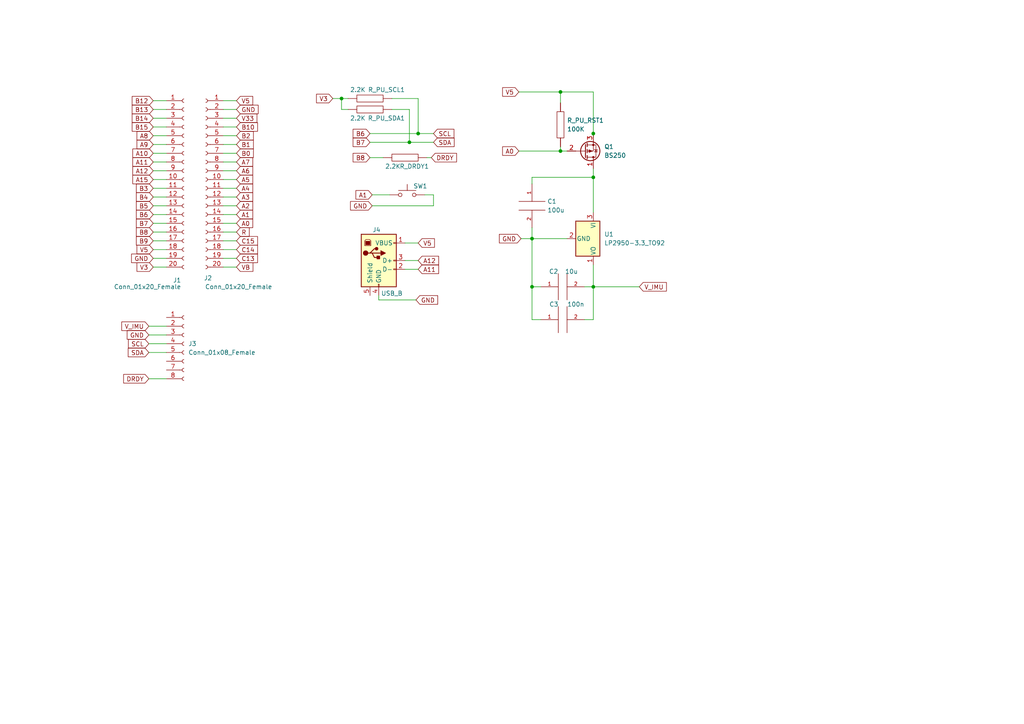
<source format=kicad_sch>
(kicad_sch (version 20211123) (generator eeschema)
  (paper "A4")
  (lib_symbols
    (symbol "Connector:Conn_01x08_Female" (pin_names (offset 1.016) hide)
      (property "Reference" "J" (at 0 10.16 0))
      (property "Value" "Conn_01x08_Female" (at 0 -12.7 0))
      (symbol "Conn_01x08_Female_1_1"
        (arc (start 0 -9.652) (mid -0.508 -10.16) (end 0 -10.668) (stroke (width 0.1524)))
        (arc (start 0 -7.112) (mid -0.508 -7.62) (end 0 -8.128) (stroke (width 0.1524)))
        (arc (start 0 -4.572) (mid -0.508 -5.08) (end 0 -5.588) (stroke (width 0.1524)))
        (arc (start 0 -2.032) (mid -0.508 -2.54) (end 0 -3.048) (stroke (width 0.1524)))
        (polyline (pts (xy -1.27 -10.16) (xy -0.508 -10.16)) (stroke (width 0.1524)))
        (polyline (pts (xy -1.27 -7.62) (xy -0.508 -7.62)) (stroke (width 0.1524)))
        (polyline (pts (xy -1.27 -5.08) (xy -0.508 -5.08)) (stroke (width 0.1524)))
        (polyline (pts (xy -1.27 -2.54) (xy -0.508 -2.54)) (stroke (width 0.1524)))
        (polyline (pts (xy -1.27 0) (xy -0.508 0)) (stroke (width 0.1524)))
        (polyline (pts (xy -1.27 2.54) (xy -0.508 2.54)) (stroke (width 0.1524)))
        (polyline (pts (xy -1.27 5.08) (xy -0.508 5.08)) (stroke (width 0.1524)))
        (polyline (pts (xy -1.27 7.62) (xy -0.508 7.62)) (stroke (width 0.1524)))
        (arc (start 0 0.508) (mid -0.508 0) (end 0 -0.508) (stroke (width 0.1524)))
        (arc (start 0 3.048) (mid -0.508 2.54) (end 0 2.032) (stroke (width 0.1524)))
        (arc (start 0 5.588) (mid -0.508 5.08) (end 0 4.572) (stroke (width 0.1524)))
        (arc (start 0 8.128) (mid -0.508 7.62) (end 0 7.112) (stroke (width 0.1524)))
        (pin passive line (at -5.08 7.62 0) (length 3.81) (name "Pin_1") (number "1"))
        (pin passive line (at -5.08 5.08 0) (length 3.81) (name "Pin_2") (number "2"))
        (pin passive line (at -5.08 2.54 0) (length 3.81) (name "Pin_3") (number "3"))
        (pin passive line (at -5.08 0 0) (length 3.81) (name "Pin_4") (number "4"))
        (pin passive line (at -5.08 -2.54 0) (length 3.81) (name "Pin_5") (number "5"))
        (pin passive line (at -5.08 -5.08 0) (length 3.81) (name "Pin_6") (number "6"))
        (pin passive line (at -5.08 -7.62 0) (length 3.81) (name "Pin_7") (number "7"))
        (pin passive line (at -5.08 -10.16 0) (length 3.81) (name "Pin_8") (number "8"))
      )
    )
    (symbol "Connector:Conn_01x20_Female" (pin_names (offset 1.016) hide)
      (property "Reference" "J" (at 0 25.4 0))
      (property "Value" "Conn_01x20_Female" (at 0 -27.94 0))
      (symbol "Conn_01x20_Female_1_1"
        (arc (start 0 -24.892) (mid -0.508 -25.4) (end 0 -25.908) (stroke (width 0.1524)))
        (arc (start 0 -22.352) (mid -0.508 -22.86) (end 0 -23.368) (stroke (width 0.1524)))
        (arc (start 0 -19.812) (mid -0.508 -20.32) (end 0 -20.828) (stroke (width 0.1524)))
        (arc (start 0 -17.272) (mid -0.508 -17.78) (end 0 -18.288) (stroke (width 0.1524)))
        (arc (start 0 -14.732) (mid -0.508 -15.24) (end 0 -15.748) (stroke (width 0.1524)))
        (arc (start 0 -12.192) (mid -0.508 -12.7) (end 0 -13.208) (stroke (width 0.1524)))
        (arc (start 0 -9.652) (mid -0.508 -10.16) (end 0 -10.668) (stroke (width 0.1524)))
        (arc (start 0 -7.112) (mid -0.508 -7.62) (end 0 -8.128) (stroke (width 0.1524)))
        (arc (start 0 -4.572) (mid -0.508 -5.08) (end 0 -5.588) (stroke (width 0.1524)))
        (arc (start 0 -2.032) (mid -0.508 -2.54) (end 0 -3.048) (stroke (width 0.1524)))
        (polyline (pts (xy -1.27 -25.4) (xy -0.508 -25.4)) (stroke (width 0.1524)))
        (polyline (pts (xy -1.27 -22.86) (xy -0.508 -22.86)) (stroke (width 0.1524)))
        (polyline (pts (xy -1.27 -20.32) (xy -0.508 -20.32)) (stroke (width 0.1524)))
        (polyline (pts (xy -1.27 -17.78) (xy -0.508 -17.78)) (stroke (width 0.1524)))
        (polyline (pts (xy -1.27 -15.24) (xy -0.508 -15.24)) (stroke (width 0.1524)))
        (polyline (pts (xy -1.27 -12.7) (xy -0.508 -12.7)) (stroke (width 0.1524)))
        (polyline (pts (xy -1.27 -10.16) (xy -0.508 -10.16)) (stroke (width 0.1524)))
        (polyline (pts (xy -1.27 -7.62) (xy -0.508 -7.62)) (stroke (width 0.1524)))
        (polyline (pts (xy -1.27 -5.08) (xy -0.508 -5.08)) (stroke (width 0.1524)))
        (polyline (pts (xy -1.27 -2.54) (xy -0.508 -2.54)) (stroke (width 0.1524)))
        (polyline (pts (xy -1.27 0) (xy -0.508 0)) (stroke (width 0.1524)))
        (polyline (pts (xy -1.27 2.54) (xy -0.508 2.54)) (stroke (width 0.1524)))
        (polyline (pts (xy -1.27 5.08) (xy -0.508 5.08)) (stroke (width 0.1524)))
        (polyline (pts (xy -1.27 7.62) (xy -0.508 7.62)) (stroke (width 0.1524)))
        (polyline (pts (xy -1.27 10.16) (xy -0.508 10.16)) (stroke (width 0.1524)))
        (polyline (pts (xy -1.27 12.7) (xy -0.508 12.7)) (stroke (width 0.1524)))
        (polyline (pts (xy -1.27 15.24) (xy -0.508 15.24)) (stroke (width 0.1524)))
        (polyline (pts (xy -1.27 17.78) (xy -0.508 17.78)) (stroke (width 0.1524)))
        (polyline (pts (xy -1.27 20.32) (xy -0.508 20.32)) (stroke (width 0.1524)))
        (polyline (pts (xy -1.27 22.86) (xy -0.508 22.86)) (stroke (width 0.1524)))
        (arc (start 0 0.508) (mid -0.508 0) (end 0 -0.508) (stroke (width 0.1524)))
        (arc (start 0 3.048) (mid -0.508 2.54) (end 0 2.032) (stroke (width 0.1524)))
        (arc (start 0 5.588) (mid -0.508 5.08) (end 0 4.572) (stroke (width 0.1524)))
        (arc (start 0 8.128) (mid -0.508 7.62) (end 0 7.112) (stroke (width 0.1524)))
        (arc (start 0 10.668) (mid -0.508 10.16) (end 0 9.652) (stroke (width 0.1524)))
        (arc (start 0 13.208) (mid -0.508 12.7) (end 0 12.192) (stroke (width 0.1524)))
        (arc (start 0 15.748) (mid -0.508 15.24) (end 0 14.732) (stroke (width 0.1524)))
        (arc (start 0 18.288) (mid -0.508 17.78) (end 0 17.272) (stroke (width 0.1524)))
        (arc (start 0 20.828) (mid -0.508 20.32) (end 0 19.812) (stroke (width 0.1524)))
        (arc (start 0 23.368) (mid -0.508 22.86) (end 0 22.352) (stroke (width 0.1524)))
        (pin passive line (at -5.08 22.86 0) (length 3.81) (name "Pin_1") (number "1"))
        (pin passive line (at -5.08 0 0) (length 3.81) (name "Pin_10") (number "10"))
        (pin passive line (at -5.08 -2.54 0) (length 3.81) (name "Pin_11") (number "11"))
        (pin passive line (at -5.08 -5.08 0) (length 3.81) (name "Pin_12") (number "12"))
        (pin passive line (at -5.08 -7.62 0) (length 3.81) (name "Pin_13") (number "13"))
        (pin passive line (at -5.08 -10.16 0) (length 3.81) (name "Pin_14") (number "14"))
        (pin passive line (at -5.08 -12.7 0) (length 3.81) (name "Pin_15") (number "15"))
        (pin passive line (at -5.08 -15.24 0) (length 3.81) (name "Pin_16") (number "16"))
        (pin passive line (at -5.08 -17.78 0) (length 3.81) (name "Pin_17") (number "17"))
        (pin passive line (at -5.08 -20.32 0) (length 3.81) (name "Pin_18") (number "18"))
        (pin passive line (at -5.08 -22.86 0) (length 3.81) (name "Pin_19") (number "19"))
        (pin passive line (at -5.08 20.32 0) (length 3.81) (name "Pin_2") (number "2"))
        (pin passive line (at -5.08 -25.4 0) (length 3.81) (name "Pin_20") (number "20"))
        (pin passive line (at -5.08 17.78 0) (length 3.81) (name "Pin_3") (number "3"))
        (pin passive line (at -5.08 15.24 0) (length 3.81) (name "Pin_4") (number "4"))
        (pin passive line (at -5.08 12.7 0) (length 3.81) (name "Pin_5") (number "5"))
        (pin passive line (at -5.08 10.16 0) (length 3.81) (name "Pin_6") (number "6"))
        (pin passive line (at -5.08 7.62 0) (length 3.81) (name "Pin_7") (number "7"))
        (pin passive line (at -5.08 5.08 0) (length 3.81) (name "Pin_8") (number "8"))
        (pin passive line (at -5.08 2.54 0) (length 3.81) (name "Pin_9") (number "9"))
      )
    )
    (symbol "Connector:USB_B" (pin_names (offset 1.016))
      (property "Reference" "J" (at -5.08 11.43 0))
      (property "Value" "USB_B" (at -5.08 8.89 0))
      (symbol "USB_B_0_1"
        (rectangle (start -5.08 -7.62) (end 5.08 7.62) (stroke (width 0.254)) (fill (type background)))
        (circle (center -3.81 2.159) (radius 0.635) (stroke (width 0.254)) (fill (type outline)))
        (rectangle (start -3.81 5.588) (end -2.54 4.572) (fill (type outline)))
        (circle (center -0.635 3.429) (radius 0.381) (stroke (width 0.254)) (fill (type outline)))
        (rectangle (start -0.127 -7.62) (end 0.127 -6.858))
        (polyline (pts (xy -1.905 2.159) (xy 0.635 2.159)) (stroke (width 0.254)))
        (polyline (pts (xy -3.175 2.159) (xy -2.54 2.159) (xy -1.27 3.429) (xy -0.635 3.429)) (stroke (width 0.254)))
        (polyline (pts (xy -2.54 2.159) (xy -1.905 2.159) (xy -1.27 0.889) (xy 0 0.889)) (stroke (width 0.254)))
        (polyline (pts (xy 0.635 2.794) (xy 0.635 1.524) (xy 1.905 2.159) (xy 0.635 2.794)) (stroke (width 0.254)) (fill (type outline)))
        (polyline (pts (xy -4.064 4.318) (xy -2.286 4.318) (xy -2.286 5.715) (xy -2.667 6.096) (xy -3.683 6.096) (xy -4.064 5.715) (xy -4.064 4.318)))
        (rectangle (start 0.254 1.27) (end -0.508 0.508) (stroke (width 0.254)) (fill (type outline)))
        (rectangle (start 5.08 -2.667) (end 4.318 -2.413))
        (rectangle (start 5.08 -0.127) (end 4.318 0.127))
        (rectangle (start 5.08 4.953) (end 4.318 5.207))
      )
      (symbol "USB_B_1_1"
        (pin power_out line (at 7.62 5.08 180) (length 2.54) (name "VBUS") (number "1"))
        (pin bidirectional line (at 7.62 -2.54 180) (length 2.54) (name "D-") (number "2"))
        (pin bidirectional line (at 7.62 0 180) (length 2.54) (name "D+") (number "3"))
        (pin power_out line (at 0 -10.16 90) (length 2.54) (name "GND") (number "4"))
        (pin passive line (at -2.54 -10.16 90) (length 2.54) (name "Shield") (number "5"))
      )
    )
    (symbol "Regulator_Linear:LP2950-3.3_TO92" (pin_names (offset 0.254))
      (property "Reference" "U" (at -3.81 3.175 0))
      (property "Value" "LP2950-3.3_TO92" (at 0 3.175 0))
      (symbol "LP2950-3.3_TO92_0_1"
        (rectangle (start -5.08 -5.08) (end 5.08 1.905) (stroke (width 0.254)) (fill (type background)))
      )
      (symbol "LP2950-3.3_TO92_1_1"
        (pin power_out line (at 7.62 0 180) (length 2.54) (name "VO") (number "1"))
        (pin power_in line (at 0 -7.62 90) (length 2.54) (name "GND") (number "2"))
        (pin power_in line (at -7.62 0 0) (length 2.54) (name "VI") (number "3"))
      )
    )
    (symbol "Switch:SW_Push" (pin_numbers hide) (pin_names (offset 1.016) hide)
      (property "Reference" "SW" (at 1.27 2.54 0))
      (property "Value" "SW_Push" (at 0 -1.524 0))
      (symbol "SW_Push_0_1"
        (circle (center -2.032 0) (radius 0.508))
        (polyline (pts (xy 0 1.27) (xy 0 3.048)))
        (polyline (pts (xy 2.54 1.27) (xy -2.54 1.27)))
        (circle (center 2.032 0) (radius 0.508))
        (pin passive line (at -5.08 0 0) (length 2.54) (name "1") (number "1"))
        (pin passive line (at 5.08 0 180) (length 2.54) (name "2") (number "2"))
      )
    )
    (symbol "Transistor_FET:BS250" (pin_names hide)
      (property "Reference" "Q" (at 5.08 1.905 0))
      (property "Value" "BS250" (at 5.08 0 0))
      (symbol "BS250_0_1"
        (polyline (pts (xy 0.254 0) (xy -2.54 0)))
        (polyline (pts (xy 0.254 1.905) (xy 0.254 -1.905)) (stroke (width 0.254)))
        (polyline (pts (xy 0.762 -1.27) (xy 0.762 -2.286)) (stroke (width 0.254)))
        (polyline (pts (xy 0.762 0.508) (xy 0.762 -0.508)) (stroke (width 0.254)))
        (polyline (pts (xy 0.762 2.286) (xy 0.762 1.27)) (stroke (width 0.254)))
        (polyline (pts (xy 2.54 2.54) (xy 2.54 1.778)))
        (polyline (pts (xy 2.54 -2.54) (xy 2.54 0) (xy 0.762 0)))
        (polyline (pts (xy 0.762 1.778) (xy 3.302 1.778) (xy 3.302 -1.778) (xy 0.762 -1.778)))
        (polyline (pts (xy 2.286 0) (xy 1.27 0.381) (xy 1.27 -0.381) (xy 2.286 0)) (fill (type outline)))
        (polyline (pts (xy 2.794 -0.508) (xy 2.921 -0.381) (xy 3.683 -0.381) (xy 3.81 -0.254)))
        (polyline (pts (xy 3.302 -0.381) (xy 2.921 0.254) (xy 3.683 0.254) (xy 3.302 -0.381)))
        (circle (center 1.651 0) (radius 2.794) (stroke (width 0.254)))
        (circle (center 2.54 -1.778) (radius 0.254) (fill (type outline)))
        (circle (center 2.54 1.778) (radius 0.254) (fill (type outline)))
      )
      (symbol "BS250_1_1"
        (pin passive line (at 2.54 5.08 270) (length 2.54) (name "D") (number "1"))
        (pin input line (at -5.08 0 0) (length 2.54) (name "G") (number "2"))
        (pin passive line (at 2.54 -5.08 90) (length 2.54) (name "S") (number "3"))
      )
    )
    (symbol "pspice:C" (pin_names (offset 0.254))
      (property "Reference" "C" (at 2.54 3.81 90))
      (property "Value" "C" (at 2.54 -3.81 90))
      (symbol "C_0_1"
        (polyline (pts (xy -3.81 -1.27) (xy 3.81 -1.27)))
        (polyline (pts (xy -3.81 1.27) (xy 3.81 1.27)))
      )
      (symbol "C_1_1"
        (pin passive line (at 0 6.35 270) (length 5.08) (name "~") (number "1"))
        (pin passive line (at 0 -6.35 90) (length 5.08) (name "~") (number "2"))
      )
    )
    (symbol "pspice:R" (pin_numbers hide) (pin_names (offset 0))
      (property "Reference" "R" (at 2.032 0 90))
      (property "Value" "R" (at 0 0 90))
      (symbol "R_0_1"
        (rectangle (start -1.016 3.81) (end 1.016 -3.81))
      )
      (symbol "R_1_1"
        (pin passive line (at 0 6.35 270) (length 2.54) (name "~") (number "1"))
        (pin passive line (at 0 -6.35 90) (length 2.54) (name "~") (number "2"))
      )
    )
  )
  (junction (at 172.085 38.735))
  (junction (at 121.285 38.735))
  (junction (at 154.305 83.185))
  (junction (at 154.305 69.215))
  (junction (at 118.745 41.275))
  (junction (at 172.085 51.435))
  (junction (at 172.085 83.185))
  (junction (at 162.56 26.67))
  (junction (at 99.06 28.575))
  (junction (at 162.56 43.815))
  (wire (pts (xy 117.475 70.485) (xy 121.285 70.485)))
  (wire (pts (xy 156.845 83.185) (xy 154.305 83.185)))
  (wire (pts (xy 64.77 59.69) (xy 68.58 59.69)))
  (wire (pts (xy 64.77 44.45) (xy 68.58 44.45)))
  (wire (pts (xy 64.77 31.75) (xy 68.58 31.75)))
  (wire (pts (xy 185.42 83.185) (xy 172.085 83.185)))
  (wire (pts (xy 125.73 59.69) (xy 125.73 56.515)))
  (wire (pts (xy 48.26 36.83) (xy 44.45 36.83)))
  (wire (pts (xy 43.18 109.855) (xy 48.26 109.855)))
  (wire (pts (xy 172.085 26.67) (xy 172.085 38.735)))
  (wire (pts (xy 172.085 38.735) (xy 172.085 40.005)))
  (wire (pts (xy 162.56 43.815) (xy 162.56 42.545)))
  (wire (pts (xy 64.77 46.99) (xy 68.58 46.99)))
  (wire (pts (xy 118.745 41.275) (xy 125.73 41.275)))
  (wire (pts (xy 107.95 56.515) (xy 113.03 56.515)))
  (wire (pts (xy 100.965 31.75) (xy 99.06 31.75)))
  (wire (pts (xy 125.095 45.72) (xy 123.825 45.72)))
  (wire (pts (xy 150.495 26.67) (xy 162.56 26.67)))
  (wire (pts (xy 48.26 54.61) (xy 44.45 54.61)))
  (wire (pts (xy 64.77 62.23) (xy 68.58 62.23)))
  (wire (pts (xy 64.77 54.61) (xy 68.58 54.61)))
  (wire (pts (xy 154.305 53.34) (xy 154.305 51.435)))
  (wire (pts (xy 48.26 52.07) (xy 44.45 52.07)))
  (wire (pts (xy 48.26 57.15) (xy 44.45 57.15)))
  (wire (pts (xy 162.56 26.67) (xy 172.085 26.67)))
  (wire (pts (xy 113.665 28.575) (xy 121.285 28.575)))
  (wire (pts (xy 64.77 39.37) (xy 68.58 39.37)))
  (wire (pts (xy 48.26 62.23) (xy 44.45 62.23)))
  (wire (pts (xy 162.56 26.67) (xy 162.56 29.845)))
  (wire (pts (xy 111.125 45.72) (xy 107.315 45.72)))
  (wire (pts (xy 48.26 64.77) (xy 44.45 64.77)))
  (wire (pts (xy 172.085 92.71) (xy 172.085 83.185)))
  (wire (pts (xy 96.52 28.575) (xy 99.06 28.575)))
  (wire (pts (xy 99.06 31.75) (xy 99.06 28.575)))
  (wire (pts (xy 117.475 78.105) (xy 121.285 78.105)))
  (wire (pts (xy 172.085 76.835) (xy 172.085 83.185)))
  (wire (pts (xy 64.77 74.93) (xy 68.58 74.93)))
  (wire (pts (xy 43.18 99.695) (xy 48.26 99.695)))
  (wire (pts (xy 48.26 77.47) (xy 44.45 77.47)))
  (wire (pts (xy 117.475 75.565) (xy 121.285 75.565)))
  (wire (pts (xy 64.77 41.91) (xy 68.58 41.91)))
  (wire (pts (xy 107.315 41.275) (xy 118.745 41.275)))
  (wire (pts (xy 109.855 86.995) (xy 120.65 86.995)))
  (wire (pts (xy 64.77 52.07) (xy 68.58 52.07)))
  (wire (pts (xy 48.26 46.99) (xy 44.45 46.99)))
  (wire (pts (xy 48.26 49.53) (xy 44.45 49.53)))
  (wire (pts (xy 169.545 83.185) (xy 172.085 83.185)))
  (wire (pts (xy 43.18 102.235) (xy 48.26 102.235)))
  (wire (pts (xy 64.77 36.83) (xy 68.58 36.83)))
  (wire (pts (xy 48.26 69.85) (xy 44.45 69.85)))
  (wire (pts (xy 107.95 59.69) (xy 125.73 59.69)))
  (wire (pts (xy 154.305 69.215) (xy 154.305 83.185)))
  (wire (pts (xy 48.26 41.91) (xy 44.45 41.91)))
  (wire (pts (xy 64.77 77.47) (xy 68.58 77.47)))
  (wire (pts (xy 154.305 66.04) (xy 154.305 69.215)))
  (wire (pts (xy 48.26 59.69) (xy 44.45 59.69)))
  (wire (pts (xy 48.26 44.45) (xy 44.45 44.45)))
  (wire (pts (xy 64.77 49.53) (xy 68.58 49.53)))
  (wire (pts (xy 156.845 92.71) (xy 154.305 92.71)))
  (wire (pts (xy 109.855 86.995) (xy 109.855 85.725)))
  (wire (pts (xy 64.77 34.29) (xy 68.58 34.29)))
  (wire (pts (xy 99.06 28.575) (xy 100.965 28.575)))
  (wire (pts (xy 169.545 92.71) (xy 172.085 92.71)))
  (wire (pts (xy 172.085 51.435) (xy 172.085 61.595)))
  (wire (pts (xy 118.745 31.75) (xy 118.745 41.275)))
  (wire (pts (xy 48.26 34.29) (xy 44.45 34.29)))
  (wire (pts (xy 107.315 38.735) (xy 121.285 38.735)))
  (wire (pts (xy 48.26 31.75) (xy 44.45 31.75)))
  (wire (pts (xy 64.77 64.77) (xy 68.58 64.77)))
  (wire (pts (xy 48.26 67.31) (xy 44.45 67.31)))
  (wire (pts (xy 64.77 69.85) (xy 68.58 69.85)))
  (wire (pts (xy 48.26 39.37) (xy 44.45 39.37)))
  (wire (pts (xy 172.085 48.895) (xy 172.085 51.435)))
  (wire (pts (xy 154.305 83.185) (xy 154.305 92.71)))
  (wire (pts (xy 121.285 28.575) (xy 121.285 38.735)))
  (wire (pts (xy 164.465 43.815) (xy 162.56 43.815)))
  (wire (pts (xy 154.305 51.435) (xy 172.085 51.435)))
  (wire (pts (xy 48.26 74.93) (xy 44.45 74.93)))
  (wire (pts (xy 150.495 43.815) (xy 162.56 43.815)))
  (wire (pts (xy 64.77 57.15) (xy 68.58 57.15)))
  (wire (pts (xy 43.18 94.615) (xy 48.26 94.615)))
  (wire (pts (xy 121.285 38.735) (xy 125.73 38.735)))
  (wire (pts (xy 154.305 69.215) (xy 164.465 69.215)))
  (wire (pts (xy 48.26 29.21) (xy 44.45 29.21)))
  (wire (pts (xy 64.77 72.39) (xy 68.58 72.39)))
  (wire (pts (xy 123.19 56.515) (xy 125.73 56.515)))
  (wire (pts (xy 113.665 31.75) (xy 118.745 31.75)))
  (wire (pts (xy 43.18 97.155) (xy 48.26 97.155)))
  (wire (pts (xy 48.26 72.39) (xy 44.45 72.39)))
  (wire (pts (xy 64.77 67.31) (xy 68.58 67.31)))
  (wire (pts (xy 64.77 29.21) (xy 68.58 29.21)))
  (wire (pts (xy 151.13 69.215) (xy 154.305 69.215)))
  (global_label "B8" (shape input) (at 107.315 45.72 180) (property "Intersheet References" "${INTERSHEET_REFS}" (effects hide)))
  (global_label "A11" (shape input) (at 44.45 46.99 180) (property "Intersheet References" "${INTERSHEET_REFS}" (effects hide)))
  (global_label "B2" (shape input) (at 68.58 39.37 0) (property "Intersheet References" "${INTERSHEET_REFS}" (effects hide)))
  (global_label "B6" (shape input) (at 107.315 38.735 180) (property "Intersheet References" "${INTERSHEET_REFS}" (effects hide)))
  (global_label "A4" (shape input) (at 68.58 54.61 0) (property "Intersheet References" "${INTERSHEET_REFS}" (effects hide)))
  (global_label "A11" (shape input) (at 121.285 78.105 0) (property "Intersheet References" "${INTERSHEET_REFS}" (effects hide)))
  (global_label "C14" (shape input) (at 68.58 72.39 0) (property "Intersheet References" "${INTERSHEET_REFS}" (effects hide)))
  (global_label "VB" (shape input) (at 68.58 77.47 0) (property "Intersheet References" "${INTERSHEET_REFS}" (effects hide)))
  (global_label "A8" (shape input) (at 44.45 39.37 180) (property "Intersheet References" "${INTERSHEET_REFS}" (effects hide)))
  (global_label "SDA" (shape input) (at 125.73 41.275 0) (property "Intersheet References" "${INTERSHEET_REFS}" (effects hide)))
  (global_label "A1" (shape input) (at 107.95 56.515 180) (property "Intersheet References" "${INTERSHEET_REFS}" (effects hide)))
  (global_label "V3" (shape input) (at 44.45 77.47 180) (property "Intersheet References" "${INTERSHEET_REFS}" (effects hide)))
  (global_label "B7" (shape input) (at 107.315 41.275 180) (property "Intersheet References" "${INTERSHEET_REFS}" (effects hide)))
  (global_label "B1" (shape input) (at 68.58 41.91 0) (property "Intersheet References" "${INTERSHEET_REFS}" (effects hide)))
  (global_label "A9" (shape input) (at 44.45 41.91 180) (property "Intersheet References" "${INTERSHEET_REFS}" (effects hide)))
  (global_label "B14" (shape input) (at 44.45 34.29 180) (property "Intersheet References" "${INTERSHEET_REFS}" (effects hide)))
  (global_label "B3" (shape input) (at 44.45 54.61 180) (property "Intersheet References" "${INTERSHEET_REFS}" (effects hide)))
  (global_label "GND" (shape input) (at 107.95 59.69 180) (property "Intersheet References" "${INTERSHEET_REFS}" (effects hide)))
  (global_label "V3" (shape input) (at 96.52 28.575 180) (property "Intersheet References" "${INTERSHEET_REFS}" (effects hide)))
  (global_label "GND" (shape input) (at 68.58 31.75 0) (property "Intersheet References" "${INTERSHEET_REFS}" (effects hide)))
  (global_label "V5" (shape input) (at 68.58 29.21 0) (property "Intersheet References" "${INTERSHEET_REFS}" (effects hide)))
  (global_label "DRDY" (shape input) (at 125.095 45.72 0) (property "Intersheet References" "${INTERSHEET_REFS}" (effects hide)))
  (global_label "B8" (shape input) (at 44.45 67.31 180) (property "Intersheet References" "${INTERSHEET_REFS}" (effects hide)))
  (global_label "A0" (shape input) (at 150.495 43.815 180) (property "Intersheet References" "${INTERSHEET_REFS}" (effects hide)))
  (global_label "B5" (shape input) (at 44.45 59.69 180) (property "Intersheet References" "${INTERSHEET_REFS}" (effects hide)))
  (global_label "A5" (shape input) (at 68.58 52.07 0) (property "Intersheet References" "${INTERSHEET_REFS}" (effects hide)))
  (global_label "GND" (shape input) (at 151.13 69.215 180) (property "Intersheet References" "${INTERSHEET_REFS}" (effects hide)))
  (global_label "B9" (shape input) (at 44.45 69.85 180) (property "Intersheet References" "${INTERSHEET_REFS}" (effects hide)))
  (global_label "A7" (shape input) (at 68.58 46.99 0) (property "Intersheet References" "${INTERSHEET_REFS}" (effects hide)))
  (global_label "GND" (shape input) (at 120.65 86.995 0) (property "Intersheet References" "${INTERSHEET_REFS}" (effects hide)))
  (global_label "GND" (shape input) (at 43.18 97.155 180) (property "Intersheet References" "${INTERSHEET_REFS}" (effects hide)))
  (global_label "A12" (shape input) (at 44.45 49.53 180) (property "Intersheet References" "${INTERSHEET_REFS}" (effects hide)))
  (global_label "A12" (shape input) (at 121.285 75.565 0) (property "Intersheet References" "${INTERSHEET_REFS}" (effects hide)))
  (global_label "A1" (shape input) (at 68.58 62.23 0) (property "Intersheet References" "${INTERSHEET_REFS}" (effects hide)))
  (global_label "A0" (shape input) (at 68.58 64.77 0) (property "Intersheet References" "${INTERSHEET_REFS}" (effects hide)))
  (global_label "GND" (shape input) (at 44.45 74.93 180) (property "Intersheet References" "${INTERSHEET_REFS}" (effects hide)))
  (global_label "B12" (shape input) (at 44.45 29.21 180) (property "Intersheet References" "${INTERSHEET_REFS}" (effects hide)))
  (global_label "B13" (shape input) (at 44.45 31.75 180) (property "Intersheet References" "${INTERSHEET_REFS}" (effects hide)))
  (global_label "DRDY" (shape input) (at 43.18 109.855 180) (property "Intersheet References" "${INTERSHEET_REFS}" (effects hide)))
  (global_label "V_IMU" (shape input) (at 43.18 94.615 180) (property "Intersheet References" "${INTERSHEET_REFS}" (effects hide)))
  (global_label "A3" (shape input) (at 68.58 57.15 0) (property "Intersheet References" "${INTERSHEET_REFS}" (effects hide)))
  (global_label "B0" (shape input) (at 68.58 44.45 0) (property "Intersheet References" "${INTERSHEET_REFS}" (effects hide)))
  (global_label "A2" (shape input) (at 68.58 59.69 0) (property "Intersheet References" "${INTERSHEET_REFS}" (effects hide)))
  (global_label "A15" (shape input) (at 44.45 52.07 180) (property "Intersheet References" "${INTERSHEET_REFS}" (effects hide)))
  (global_label "C13" (shape input) (at 68.58 74.93 0) (property "Intersheet References" "${INTERSHEET_REFS}" (effects hide)))
  (global_label "V5" (shape input) (at 121.285 70.485 0) (property "Intersheet References" "${INTERSHEET_REFS}" (effects hide)))
  (global_label "C15" (shape input) (at 68.58 69.85 0) (property "Intersheet References" "${INTERSHEET_REFS}" (effects hide)))
  (global_label "V33" (shape input) (at 68.58 34.29 0) (property "Intersheet References" "${INTERSHEET_REFS}" (effects hide)))
  (global_label "B4" (shape input) (at 44.45 57.15 180) (property "Intersheet References" "${INTERSHEET_REFS}" (effects hide)))
  (global_label "B6" (shape input) (at 44.45 62.23 180) (property "Intersheet References" "${INTERSHEET_REFS}" (effects hide)))
  (global_label "V5" (shape input) (at 44.45 72.39 180) (property "Intersheet References" "${INTERSHEET_REFS}" (effects hide)))
  (global_label "B7" (shape input) (at 44.45 64.77 180) (property "Intersheet References" "${INTERSHEET_REFS}" (effects hide)))
  (global_label "A10" (shape input) (at 44.45 44.45 180) (property "Intersheet References" "${INTERSHEET_REFS}" (effects hide)))
  (global_label "V5" (shape input) (at 150.495 26.67 180) (property "Intersheet References" "${INTERSHEET_REFS}" (effects hide)))
  (global_label "SDA" (shape input) (at 43.18 102.235 180) (property "Intersheet References" "${INTERSHEET_REFS}" (effects hide)))
  (global_label "A6" (shape input) (at 68.58 49.53 0) (property "Intersheet References" "${INTERSHEET_REFS}" (effects hide)))
  (global_label "V_IMU" (shape input) (at 185.42 83.185 0) (property "Intersheet References" "${INTERSHEET_REFS}" (effects hide)))
  (global_label "R" (shape input) (at 68.58 67.31 0) (property "Intersheet References" "${INTERSHEET_REFS}" (effects hide)))
  (global_label "SCL" (shape input) (at 43.18 99.695 180) (property "Intersheet References" "${INTERSHEET_REFS}" (effects hide)))
  (global_label "B10" (shape input) (at 68.58 36.83 0) (property "Intersheet References" "${INTERSHEET_REFS}" (effects hide)))
  (global_label "B15" (shape input) (at 44.45 36.83 180) (property "Intersheet References" "${INTERSHEET_REFS}" (effects hide)))
  (global_label "SCL" (shape input) (at 125.73 38.735 0) (property "Intersheet References" "${INTERSHEET_REFS}" (effects hide)))
  (symbol (lib_id "Regulator_Linear:LP2950-3.3_TO92") (at 172.085 69.215 270) (unit 1)
    (property "Reference" "U1" (at 175.26 67.9449 90) (effects (justify left)))
    (property "Value" "LP2950-3.3_TO92" (at 175.26 70.4849 90) (effects (justify left)))
    (property "Footprint" "Package_TO_SOT_THT:TO-92_Inline" (effects hide))
    (property "Datasheet" "http://www.ti.com/lit/ds/symlink/lp2950.pdf" (effects hide))
  )
  (symbol (lib_id "Connector:USB_B") (at 109.855 75.565 0) (unit 1)
    (property "Reference" "J4" (at 109.22 66.675 0))
    (property "Value" "USB_B" (at 113.665 85.09 0))
    (property "Footprint" "Connector_USB:USB_B_Lumberg_2411_02_Horizontal" (effects hide))
    (property "Datasheet" " ~" (effects hide))
  )
  (symbol (lib_id "pspice:C") (at 154.305 59.69 0) (unit 1)
    (property "Reference" "C1" (at 158.75 58.4199 0) (effects (justify left)))
    (property "Value" "100u" (at 158.75 60.9599 0) (effects (justify left)))
  )
  (symbol (lib_id "pspice:R") (at 162.56 36.195 0) (unit 1)
    (property "Reference" "R_PU_RST1" (at 164.465 34.9249 0) (effects (justify left)))
    (property "Value" "100K" (at 164.465 37.4649 0) (effects (justify left)))
  )
  (symbol (lib_id "pspice:R") (at 117.475 45.72 90) (unit 1)
    (property "Reference" "R_DRDY1" (at 124.46 48.26 90) (effects (justify left)))
    (property "Value" "2.2K" (at 116.205 48.26 90) (effects (justify left)))
    (property "Footprint" "Resistor_THT:R_Axial_DIN0204_L3.6mm_D1.6mm_P2.54mm_Vertical" (effects hide))
  )
  (symbol (lib_id "Connector:Conn_01x20_Female") (at 53.34 52.07 0) (unit 1)
    (property "Reference" "J1" (at 50.165 81.28 0) (effects (justify left)))
    (property "Value" "Conn_01x20_Female" (at 33.02 83.185 0) (effects (justify left)))
    (property "Footprint" "Connector_PinSocket_2.54mm:PinSocket_1x20_P2.54mm_Vertical" (effects hide))
  )
  (symbol (lib_id "pspice:C") (at 163.195 92.71 90) (unit 1)
    (property "Reference" "C3" (at 160.655 88.265 90))
    (property "Value" "100n" (at 167.005 88.265 90))
  )
  (symbol (lib_id "pspice:R") (at 107.315 28.575 270) (unit 1)
    (property "Reference" "R_PU_SCL1" (at 117.475 26.035 90) (effects (justify right)))
    (property "Value" "2.2K" (at 106.045 26.035 90) (effects (justify right)))
  )
  (symbol (lib_id "Connector:Conn_01x08_Female") (at 53.34 99.695 0) (unit 1)
    (property "Reference" "J3" (at 54.61 99.6949 0) (effects (justify left)))
    (property "Value" "Conn_01x08_Female" (at 54.61 102.2349 0) (effects (justify left)))
    (property "Footprint" "Connector_PinSocket_2.54mm:PinSocket_1x08_P2.54mm_Vertical" (effects hide))
  )
  (symbol (lib_id "Switch:SW_Push") (at 118.11 56.515 0) (unit 1)
    (property "Reference" "SW1" (at 121.92 53.975 0))
    (property "Value" "SW_Push" (effects hide))
    (property "Footprint" "Connector_Wire:SolderWire-0.25sqmm_1x02_P4.2mm_D0.65mm_OD1.7mm" (effects hide))
  )
  (symbol (lib_id "pspice:R") (at 107.315 31.75 270) (unit 1)
    (property "Reference" "R_PU_SDA1" (at 117.475 34.29 90) (effects (justify right)))
    (property "Value" "2.2K" (at 106.045 34.29 90) (effects (justify right)))
  )
  (symbol (lib_id "Transistor_FET:BS250") (at 169.545 43.815 0) (mirror x) (unit 1)
    (property "Reference" "Q1" (at 175.26 42.5449 0) (effects (justify left)))
    (property "Value" "BS250" (at 175.26 45.0849 0) (effects (justify left)))
    (property "Footprint" "Package_TO_SOT_THT:TO-92_Inline" (effects hide))
    (property "Datasheet" "http://www.vishay.com/docs/70209/70209.pdf" (effects hide))
  )
  (symbol (lib_id "Connector:Conn_01x20_Female") (at 59.69 52.07 0) (mirror y) (unit 1)
    (property "Reference" "J2" (at 60.325 80.645 0))
    (property "Value" "Conn_01x20_Female" (at 69.215 83.185 0))
    (property "Footprint" "Connector_PinSocket_2.54mm:PinSocket_1x20_P2.54mm_Vertical" (effects hide))
  )
  (symbol (lib_id "pspice:C") (at 163.195 83.185 90) (unit 1)
    (property "Reference" "C2" (at 161.9249 78.74 90) (effects (justify left)))
    (property "Value" "10u" (at 167.64 78.74 90) (effects (justify left)))
  )
)
</source>
